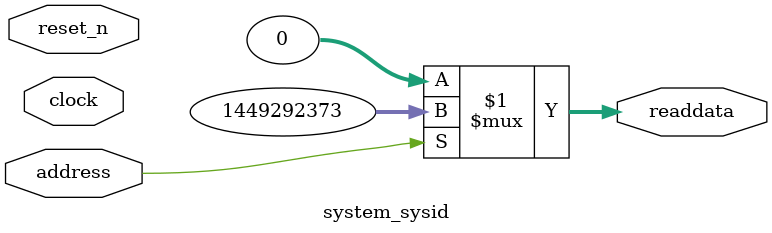
<source format=v>

`timescale 1ns / 1ps
// synthesis translate_on

// turn off superfluous verilog processor warnings 
// altera message_level Level1 
// altera message_off 10034 10035 10036 10037 10230 10240 10030 

module system_sysid (
               // inputs:
                address,
                clock,
                reset_n,

               // outputs:
                readdata
             )
;

  output  [ 31: 0] readdata;
  input            address;
  input            clock;
  input            reset_n;

  wire    [ 31: 0] readdata;
  //control_slave, which is an e_avalon_slave
  assign readdata = address ? 1449292373 : 0;

endmodule




</source>
